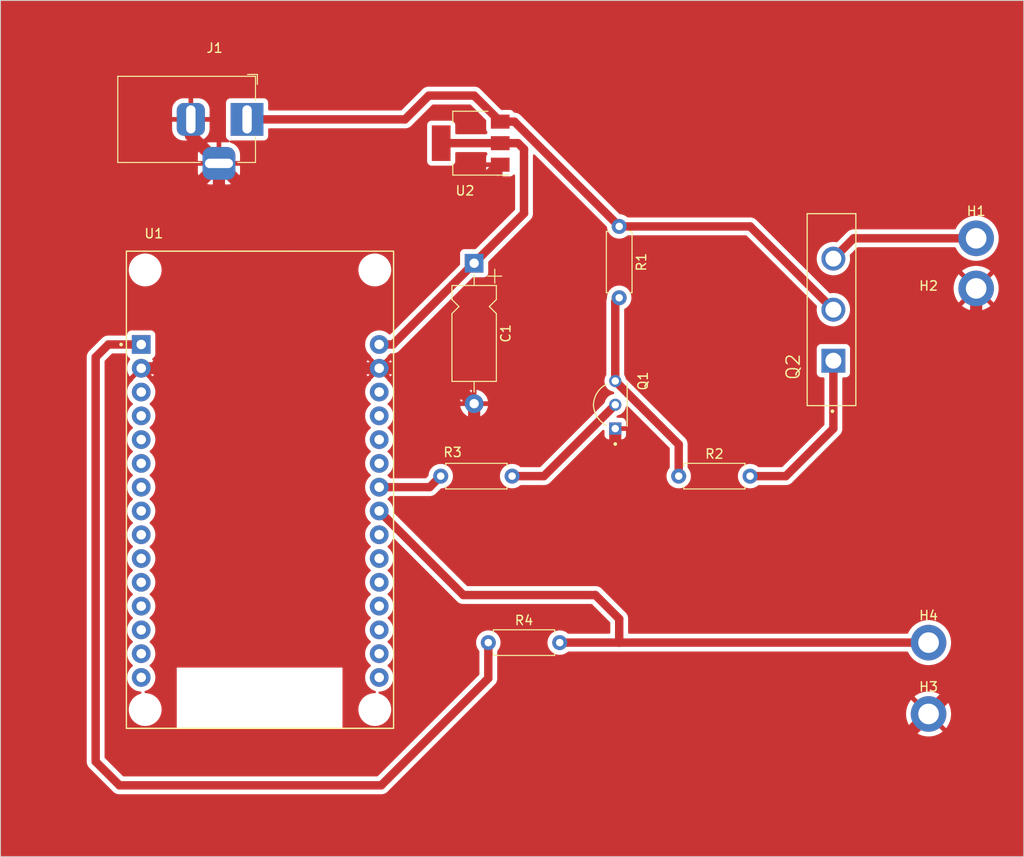
<source format=kicad_pcb>
(kicad_pcb (version 20221018) (generator pcbnew)
  (layers (0 "F.Cu" signal) (31 "B.Cu" signal) (34 "B.Paste" user) (35 "F.Paste" user) (36 "B.SilkS" user "B.Silkscreen") (37 "F.SilkS" user "F.Silkscreen") (38 "B.Mask" user) (39 "F.Mask" user) (44 "Edge.Cuts" user))
  (net 0 "")
  (net 1 "Net-(U1-VIN)")
  (net 2 "GND")
  (net 3 "Net-(H1-Pad1)")
  (net 4 "Net-(U2-VI)")
  (net 5 "Net-(Q1-Pad2)")
  (net 6 "Net-(Q1-Pad3)")
  (net 7 "Net-(Q2-Pad1)")
  (net 8 "Hot")
  (net 9 "Net-(U1-3V3)")
  (net 27 "Net-(U1-D25)")
  (footprint "Capacitor_THT:CP_Axial_L10.0mm_D4.5mm_P15.00mm_Horizontal" (layer "F.Cu") (at 98.8175 61.08 -90)
    (fp_text reference "C1" (at 7.5 -3.37 -90) (layer "F.SilkS"))
    (fp_text value "C_Polarized_Small_US")
    (fp_line (start 0.63 -2.2) (end 2.13 -2.2) (stroke (width 0.12)) (layer "F.SilkS"))
    (fp_line (start 1.24 0) (end 2.38 0) (stroke (width 0.12)) (layer "F.SilkS"))
    (fp_line (start 1.38 -2.95) (end 1.38 -1.45) (stroke (width 0.12)) (layer "F.SilkS"))
    (fp_line (start 2.38 -2.37) (end 2.38 2.37) (stroke (width 0.12)) (layer "F.SilkS"))
    (fp_line (start 2.38 -2.37) (end 3.88 -2.37) (stroke (width 0.12)) (layer "F.SilkS"))
    (fp_line (start 2.38 2.37) (end 3.88 2.37) (stroke (width 0.12)) (layer "F.SilkS"))
    (fp_line (start 3.88 -2.37) (end 4.63 -1.62) (stroke (width 0.12)) (layer "F.SilkS"))
    (fp_line (start 3.88 2.37) (end 4.63 1.62) (stroke (width 0.12)) (layer "F.SilkS"))
    (fp_line (start 4.63 -1.62) (end 5.38 -2.37) (stroke (width 0.12)) (layer "F.SilkS"))
    (fp_line (start 4.63 1.62) (end 5.38 2.37) (stroke (width 0.12)) (layer "F.SilkS"))
    (fp_line (start 5.38 -2.37) (end 12.62 -2.37) (stroke (width 0.12)) (layer "F.SilkS"))
    (fp_line (start 5.38 2.37) (end 12.62 2.37) (stroke (width 0.12)) (layer "F.SilkS"))
    (fp_line (start 12.62 -2.37) (end 12.62 2.37) (stroke (width 0.12)) (layer "F.SilkS"))
    (fp_line (start 13.76 0) (end 12.62 0) (stroke (width 0.12)) (layer "F.SilkS"))
    (pad "1" thru_hole rect (at 0 0 270) (size 2 2) (drill 1) (layers "*.Cu" "*.Mask") (net 1 "Net-(U1-VIN)"))
    (pad "2" thru_hole oval (at 15 0 270) (size 2 2) (drill 1) (layers "*.Cu" "*.Mask") (net 2 "GND"))
  )
  (footprint "esp32:MODULE_ESP32_DEVKIT_V1" (layer "F.Cu") (at 75.985 85.275)
    (fp_text reference "U1" (at -11.355 -27.36) (layer "F.SilkS"))
    (fp_text value "ESP32-DEVKIT-V1")
    (fp_line (start -14.28 -25.475) (end -3.211 -25.475) (stroke (width 0.127)) (layer "F.SilkS"))
    (fp_line (start -14.28 -25.475) (end 14.23 -25.475) (stroke (width 0.127)) (layer "F.SilkS"))
    (fp_line (start -14.28 25.475) (end -14.28 -25.475) (stroke (width 0.127)) (layer "F.SilkS"))
    (fp_line (start -14.28 25.475) (end -14.28 -25.475) (stroke (width 0.127)) (layer "F.SilkS"))
    (fp_line (start -14.28 25.475) (end -8.91 25.475) (stroke (width 0.127)) (layer "F.SilkS"))
    (fp_line (start -8.91 25.475) (end 8.78 25.475) (stroke (width 0.127)) (layer "F.SilkS"))
    (fp_line (start -3.211 -25.475) (end 3.5 -25.475) (stroke (width 0.127)) (layer "F.SilkS"))
    (fp_line (start 3.5 -25.475) (end 14.23 -25.475) (stroke (width 0.127)) (layer "F.SilkS"))
    (fp_line (start 8.78 25.475) (end 14.23 25.475) (stroke (width 0.127)) (layer "F.SilkS"))
    (fp_line (start 14.23 -25.475) (end 14.23 25.475) (stroke (width 0.127)) (layer "F.SilkS"))
    (fp_line (start 14.23 -25.475) (end 14.23 25.475) (stroke (width 0.127)) (layer "F.SilkS"))
    (fp_line (start 14.23 25.475) (end -14.28 25.475) (stroke (width 0.127)) (layer "F.SilkS"))
    (fp_circle (center -14.85 -15.515) (end -14.75 -15.515) (stroke (width 0.2)) (fill none) (layer "F.SilkS"))
    (pad "" np_thru_hole circle (at -12.28 -23.475) (size 3 3) (drill 3) (layers "*.Cu" "*.Mask"))
    (pad "" np_thru_hole circle (at -12.28 23.475) (size 3 3) (drill 3) (layers "*.Cu" "*.Mask"))
    (pad "" np_thru_hole circle (at 12.23 -23.475) (size 3 3) (drill 3) (layers "*.Cu" "*.Mask"))
    (pad "" np_thru_hole circle (at 12.23 23.475) (size 3 3) (drill 3) (layers "*.Cu" "*.Mask"))
    (pad "1" thru_hole rect (at -12.7 -15.515) (size 2 2) (drill 1.02) (layers "*.Cu" "*.Mask") (net 9 "Net-(U1-3V3)"))
    (pad "2" thru_hole circle (at -12.7 -12.975) (size 2 2) (drill 1.02) (layers "*.Cu" "*.Mask") (net 2 "GND"))
    (pad "3" thru_hole circle (at -12.7 -10.435) (size 2 2) (drill 1.02) (layers "*.Cu" "*.Mask"))
    (pad "4" thru_hole circle (at -12.7 -7.895) (size 2 2) (drill 1.02) (layers "*.Cu" "*.Mask"))
    (pad "5" thru_hole circle (at -12.7 -5.355) (size 2 2) (drill 1.02) (layers "*.Cu" "*.Mask"))
    (pad "6" thru_hole circle (at -12.7 -2.815) (size 2 2) (drill 1.02) (layers "*.Cu" "*.Mask"))
    (pad "7" thru_hole circle (at -12.7 -0.275) (size 2 2) (drill 1.02) (layers "*.Cu" "*.Mask"))
    (pad "8" thru_hole circle (at -12.7 2.265) (size 2 2) (drill 1.02) (layers "*.Cu" "*.Mask"))
    (pad "9" thru_hole circle (at -12.7 4.805) (size 2 2) (drill 1.02) (layers "*.Cu" "*.Mask"))
    (pad "10" thru_hole circle (at -12.7 7.345) (size 2 2) (drill 1.02) (layers "*.Cu" "*.Mask"))
    (pad "11" thru_hole circle (at -12.7 9.885) (size 2 2) (drill 1.02) (layers "*.Cu" "*.Mask"))
    (pad "12" thru_hole circle (at -12.7 12.425) (size 2 2) (drill 1.02) (layers "*.Cu" "*.Mask"))
    (pad "13" thru_hole circle (at -12.7 14.965) (size 2 2) (drill 1.02) (layers "*.Cu" "*.Mask"))
    (pad "14" thru_hole circle (at -12.7 17.505) (size 2 2) (drill 1.02) (layers "*.Cu" "*.Mask"))
    (pad "15" thru_hole circle (at -12.7 20.045) (size 2 2) (drill 1.02) (layers "*.Cu" "*.Mask"))
    (pad "16" thru_hole circle (at 12.7 20.045) (size 2 2) (drill 1.02) (layers "*.Cu" "*.Mask"))
    (pad "17" thru_hole circle (at 12.7 17.505) (size 2 2) (drill 1.02) (layers "*.Cu" "*.Mask"))
    (pad "18" thru_hole circle (at 12.7 14.965) (size 2 2) (drill 1.02) (layers "*.Cu" "*.Mask"))
    (pad "19" thru_hole circle (at 12.7 12.425) (size 2 2) (drill 1.02) (layers "*.Cu" "*.Mask"))
    (pad "20" thru_hole circle (at 12.7 9.885) (size 2 2) (drill 1.02) (layers "*.Cu" "*.Mask"))
    (pad "21" thru_hole circle (at 12.7 7.345) (size 2 2) (drill 1.02) (layers "*.Cu" "*.Mask"))
    (pad "22" thru_hole circle (at 12.7 4.805) (size 2 2) (drill 1.02) (layers "*.Cu" "*.Mask"))
    (pad "23" thru_hole circle (at 12.7 2.265) (size 2 2) (drill 1.02) (layers "*.Cu" "*.Mask") (net 27 "Net-(U1-D25)"))
    (pad "24" thru_hole circle (at 12.7 -0.275) (size 2 2) (drill 1.02) (layers "*.Cu" "*.Mask") (net 8 "Hot"))
    (pad "25" thru_hole circle (at 12.7 -2.815) (size 2 2) (drill 1.02) (layers "*.Cu" "*.Mask"))
    (pad "26" thru_hole circle (at 12.7 -5.355) (size 2 2) (drill 1.02) (layers "*.Cu" "*.Mask"))
    (pad "27" thru_hole circle (at 12.7 -7.895) (size 2 2) (drill 1.02) (layers "*.Cu" "*.Mask"))
    (pad "28" thru_hole circle (at 12.7 -10.435) (size 2 2) (drill 1.02) (layers "*.Cu" "*.Mask"))
    (pad "29" thru_hole circle (at 12.7 -12.975) (size 2 2) (drill 1.02) (layers "*.Cu" "*.Mask") (net 2 "GND"))
    (pad "30" thru_hole circle (at 12.7 -15.515) (size 2 2) (drill 1.02) (layers "*.Cu" "*.Mask") (net 1 "Net-(U1-VIN)"))
    (zone (net 0) (net_name "") (layer "F.Cu") (connect_pads (clearance 0)) (min_thickness 0.01)
      (keepout (tracks not_allowed) (vias not_allowed) (pads not_allowed) (copperpour not_allowed) (footprints allowed))
      (fill (thermal_gap 0.508) (thermal_bridge_width 0.508))
      (polygon (pts (xy 67.075 104.26) (xy 84.765 104.26) (xy 84.765 110.75) (xy 67.075 110.75)))
    )
  )
  (footprint "MountingHole:MountingHole_2.2mm_M2_DIN965_Pad" (layer "F.Cu") (at 147.32 101.6)
    (fp_text reference "H4" (at 0 -2.9) (layer "F.SilkS"))
    (fp_text value "~")
    (pad "1" thru_hole circle (at 0 0) (size 3.8 3.8) (drill 2.2) (layers "*.Cu" "*.Mask") (net 27 "Net-(U1-D25)"))
  )
  (footprint "Resistor_THT:R_Axial_DIN0207_L6.3mm_D2.5mm_P7.62mm_Horizontal" (layer "F.Cu") (at 100.33 101.6)
    (fp_text reference "R4" (at 3.81 -2.37) (layer "F.SilkS"))
    (fp_text value "1k")
    (fp_line (start 0.54 -1.37) (end 7.08 -1.37) (stroke (width 0.12)) (layer "F.SilkS"))
    (fp_line (start 0.54 -1.04) (end 0.54 -1.37) (stroke (width 0.12)) (layer "F.SilkS"))
    (fp_line (start 0.54 1.04) (end 0.54 1.37) (stroke (width 0.12)) (layer "F.SilkS"))
    (fp_line (start 0.54 1.37) (end 7.08 1.37) (stroke (width 0.12)) (layer "F.SilkS"))
    (fp_line (start 7.08 -1.37) (end 7.08 -1.04) (stroke (width 0.12)) (layer "F.SilkS"))
    (fp_line (start 7.08 1.37) (end 7.08 1.04) (stroke (width 0.12)) (layer "F.SilkS"))
    (pad "1" thru_hole circle (at 0 0) (size 1.6 1.6) (drill 0.8) (layers "*.Cu" "*.Mask") (net 9 "Net-(U1-3V3)"))
    (pad "2" thru_hole oval (at 7.62 0) (size 1.6 1.6) (drill 0.8) (layers "*.Cu" "*.Mask") (net 27 "Net-(U1-D25)"))
  )
  (footprint "Resistor_THT:R_Axial_DIN0207_L6.3mm_D2.5mm_P7.62mm_Horizontal" (layer "F.Cu") (at 120.65 83.82)
    (fp_text reference "R2" (at 3.81 -2.37) (layer "F.SilkS"))
    (fp_text value "10k")
    (fp_line (start 0.54 -1.37) (end 7.08 -1.37) (stroke (width 0.12)) (layer "F.SilkS"))
    (fp_line (start 0.54 -1.04) (end 0.54 -1.37) (stroke (width 0.12)) (layer "F.SilkS"))
    (fp_line (start 0.54 1.04) (end 0.54 1.37) (stroke (width 0.12)) (layer "F.SilkS"))
    (fp_line (start 0.54 1.37) (end 7.08 1.37) (stroke (width 0.12)) (layer "F.SilkS"))
    (fp_line (start 7.08 -1.37) (end 7.08 -1.04) (stroke (width 0.12)) (layer "F.SilkS"))
    (fp_line (start 7.08 1.37) (end 7.08 1.04) (stroke (width 0.12)) (layer "F.SilkS"))
    (pad "1" thru_hole circle (at 0 0) (size 1.6 1.6) (drill 0.8) (layers "*.Cu" "*.Mask") (net 6 "Net-(Q1-Pad3)"))
    (pad "2" thru_hole oval (at 7.62 0) (size 1.6 1.6) (drill 0.8) (layers "*.Cu" "*.Mask") (net 7 "Net-(Q2-Pad1)"))
  )
  (footprint "MountingHole:MountingHole_2.2mm_M2_DIN965_Pad" (layer "F.Cu") (at 147.32 109.22)
    (fp_text reference "H3" (at 0 -2.9) (layer "F.SilkS"))
    (fp_text value "~")
    (pad "1" thru_hole circle (at 0 0) (size 3.8 3.8) (drill 2.2) (layers "*.Cu" "*.Mask") (net 2 "GND"))
  )
  (footprint "MountingHole:MountingHole_2.2mm_M2_DIN965_Pad" (layer "F.Cu") (at 152.4 58.42)
    (fp_text reference "H1" (at 0 -2.9) (layer "F.SilkS"))
    (fp_text value "~")
    (pad "1" thru_hole circle (at 0 0) (size 3.8 3.8) (drill 2.2) (layers "*.Cu" "*.Mask") (net 3 "Net-(H1-Pad1)"))
  )
  (footprint "MountingHole:MountingHole_2.2mm_M2_DIN965_Pad" (layer "F.Cu") (at 152.4 63.77)
    (fp_text reference "H2" (at -5.08 -0.27) (layer "F.SilkS"))
    (fp_text value "~")
    (pad "1" thru_hole circle (at 0 0) (size 3.8 3.8) (drill 2.2) (layers "*.Cu" "*.Mask") (net 2 "GND"))
  )
  (footprint "Resistor_THT:R_Axial_DIN0207_L6.3mm_D2.5mm_P7.62mm_Horizontal" (layer "F.Cu") (at 114.3 57.15 -90)
    (fp_text reference "R1" (at 3.81 -2.37 90) (layer "F.SilkS"))
    (fp_text value "20k")
    (fp_line (start 0.54 -1.37) (end 7.08 -1.37) (stroke (width 0.12)) (layer "F.SilkS"))
    (fp_line (start 0.54 -1.04) (end 0.54 -1.37) (stroke (width 0.12)) (layer "F.SilkS"))
    (fp_line (start 0.54 1.04) (end 0.54 1.37) (stroke (width 0.12)) (layer "F.SilkS"))
    (fp_line (start 0.54 1.37) (end 7.08 1.37) (stroke (width 0.12)) (layer "F.SilkS"))
    (fp_line (start 7.08 -1.37) (end 7.08 -1.04) (stroke (width 0.12)) (layer "F.SilkS"))
    (fp_line (start 7.08 1.37) (end 7.08 1.04) (stroke (width 0.12)) (layer "F.SilkS"))
    (pad "1" thru_hole circle (at 0 0 270) (size 1.6 1.6) (drill 0.8) (layers "*.Cu" "*.Mask") (net 4 "Net-(U2-VI)"))
    (pad "2" thru_hole oval (at 7.62 0 270) (size 1.6 1.6) (drill 0.8) (layers "*.Cu" "*.Mask") (net 6 "Net-(Q1-Pad3)"))
  )
  (footprint "2N2222A:TO92254P470H750-3" (layer "F.Cu") (at 111.55 76.2 90)
    (fp_text reference "Q1" (at 2.54 5.29 90) (layer "F.SilkS"))
    (fp_text value "2N2222A")
    (fp_line (start -2.3 3.6) (end 2.3 3.6) (stroke (width 0.127)) (layer "F.SilkS"))
    (fp_arc (start -2.2 1.4) (mid -1.287564 0.405256) (end 0 0) (stroke (width 0.127)) (layer "F.SilkS"))
    (fp_arc (start 0 0) (mid 1.287564 0.405256) (end 2.2 1.4) (stroke (width 0.127)) (layer "F.SilkS"))
    (fp_circle (center -4.189 2.33) (end -4.089 2.33) (stroke (width 0.2)) (fill none) (layer "F.SilkS"))
    (pad "1" thru_hole rect (at -2.54 2.33 90) (size 1.298 1.298) (drill 0.79) (layers "*.Cu" "*.Mask") (net 2 "GND"))
    (pad "2" thru_hole circle (at 0 2.33 90) (size 1.298 1.298) (drill 0.79) (layers "*.Cu" "*.Mask") (net 5 "Net-(Q1-Pad2)"))
    (pad "3" thru_hole circle (at 2.54 2.33 90) (size 1.298 1.298) (drill 0.79) (layers "*.Cu" "*.Mask") (net 6 "Net-(Q1-Pad3)"))
  )
  (footprint "2SA1943-O_Q__2SC5200-O_Q_:TO545P2050X520X2900-3" (layer "F.Cu") (at 137.16 71.49 90)
    (fp_text reference "Q2" (at -0.655815 -4.294245 90) (layer "F.SilkS") (effects (font (size 1.401709 1.401709))))
    (fp_text value "2SA1943")
    (fp_line (start -4.8 -2.8) (end 15.7 -2.8) (stroke (width 0.127)) (layer "F.SilkS"))
    (fp_line (start -4.8 2.4) (end -4.8 -2.8) (stroke (width 0.127)) (layer "F.SilkS"))
    (fp_line (start 15.7 -2.8) (end 15.7 2.4) (stroke (width 0.127)) (layer "F.SilkS"))
    (fp_line (start 15.7 2.4) (end -4.8 2.4) (stroke (width 0.127)) (layer "F.SilkS"))
    (fp_circle (center -5.4 -0.1) (end -5.3 -0.1) (stroke (width 0.2)) (fill none) (layer "F.SilkS"))
    (pad "1" thru_hole rect (at 0 0 90) (size 2.55 2.55) (drill 1.7) (layers "*.Cu" "*.Mask") (net 7 "Net-(Q2-Pad1)"))
    (pad "2" thru_hole circle (at 5.45 0 90) (size 2.55 2.55) (drill 1.7) (layers "*.Cu" "*.Mask") (net 4 "Net-(U2-VI)"))
    (pad "3" thru_hole circle (at 10.9 0 90) (size 2.55 2.55) (drill 1.7) (layers "*.Cu" "*.Mask") (net 3 "Net-(H1-Pad1)"))
  )
  (footprint "Resistor_THT:R_Axial_DIN0207_L6.3mm_D2.5mm_P7.62mm_Horizontal" (layer "F.Cu") (at 95.25 83.82)
    (fp_text reference "R3" (at 1.27 -2.54) (layer "F.SilkS"))
    (fp_text value "1k")
    (fp_line (start 0.54 -1.37) (end 7.08 -1.37) (stroke (width 0.12)) (layer "F.SilkS"))
    (fp_line (start 0.54 -1.04) (end 0.54 -1.37) (stroke (width 0.12)) (layer "F.SilkS"))
    (fp_line (start 0.54 1.04) (end 0.54 1.37) (stroke (width 0.12)) (layer "F.SilkS"))
    (fp_line (start 0.54 1.37) (end 7.08 1.37) (stroke (width 0.12)) (layer "F.SilkS"))
    (fp_line (start 7.08 -1.37) (end 7.08 -1.04) (stroke (width 0.12)) (layer "F.SilkS"))
    (fp_line (start 7.08 1.37) (end 7.08 1.04) (stroke (width 0.12)) (layer "F.SilkS"))
    (pad "1" thru_hole circle (at 0 0) (size 1.6 1.6) (drill 0.8) (layers "*.Cu" "*.Mask") (net 8 "Hot"))
    (pad "2" thru_hole oval (at 7.62 0) (size 1.6 1.6) (drill 0.8) (layers "*.Cu" "*.Mask") (net 5 "Net-(Q1-Pad2)"))
  )
  (footprint "Package_TO_SOT_SMD:SOT-223-3_TabPin2" (layer "F.Cu") (at 98.45 48.26 180)
    (fp_text reference "U2" (at 0.61 -5.08) (layer "F.SilkS"))
    (fp_text value "AMS1117")
    (fp_line (start -4.1 -3.41) (end 1.91 -3.41) (stroke (width 0.12)) (layer "F.SilkS"))
    (fp_line (start -1.85 3.41) (end 1.91 3.41) (stroke (width 0.12)) (layer "F.SilkS"))
    (fp_line (start 1.91 -3.41) (end 1.91 -2.15) (stroke (width 0.12)) (layer "F.SilkS"))
    (fp_line (start 1.91 3.41) (end 1.91 2.15) (stroke (width 0.12)) (layer "F.SilkS"))
    (pad "1" smd rect (at -3.15 -2.3 180) (size 2 1.5) (layers "F.Cu" "F.Paste" "F.Mask") (net 2 "GND"))
    (pad "2" smd rect (at -3.15 0 180) (size 2 1.5) (layers "F.Cu" "F.Paste" "F.Mask") (net 1 "Net-(U1-VIN)"))
    (pad "2" smd rect (at 3.15 0 180) (size 2 3.8) (layers "F.Cu" "F.Paste" "F.Mask") (net 1 "Net-(U1-VIN)"))
    (pad "3" smd rect (at -3.15 2.3 180) (size 2 1.5) (layers "F.Cu" "F.Paste" "F.Mask") (net 4 "Net-(U2-VI)"))
  )
  (footprint "Connector_BarrelJack:BarrelJack_Horizontal" (layer "F.Cu") (at 74.58 45.72)
    (fp_text reference "J1" (at -3.46 -7.62) (layer "F.SilkS"))
    (fp_text value "Barrel_Jack_Switch")
    (fp_line (start -13.8 -4.6) (end 0.9 -4.6) (stroke (width 0.12)) (layer "F.SilkS"))
    (fp_line (start -13.8 4.6) (end -13.8 -4.6) (stroke (width 0.12)) (layer "F.SilkS"))
    (fp_line (start -5 4.6) (end -13.8 4.6) (stroke (width 0.12)) (layer "F.SilkS"))
    (fp_line (start 0.05 -4.8) (end 1.1 -4.8) (stroke (width 0.12)) (layer "F.SilkS"))
    (fp_line (start 0.9 -4.6) (end 0.9 -2) (stroke (width 0.12)) (layer "F.SilkS"))
    (fp_line (start 0.9 1.9) (end 0.9 4.6) (stroke (width 0.12)) (layer "F.SilkS"))
    (fp_line (start 0.9 4.6) (end -1 4.6) (stroke (width 0.12)) (layer "F.SilkS"))
    (fp_line (start 1.1 -3.75) (end 1.1 -4.8) (stroke (width 0.12)) (layer "F.SilkS"))
    (pad "1" thru_hole rect (at 0 0) (size 3.5 3.5) (drill oval 1 3) (layers "*.Cu" "*.Mask") (net 4 "Net-(U2-VI)"))
    (pad "2" thru_hole roundrect (at -6 0) (size 3 3.5) (drill oval 1 3) (layers "*.Cu" "*.Mask") (net 2 "GND"))
    (pad "3" thru_hole roundrect (at -3 4.7) (size 3.5 3.5) (drill oval 3 1) (layers "*.Cu" "*.Mask") (net 2 "GND"))
  )
  (gr_rect (start 48.26 33.02) (end 157.48 124.46) (stroke (width 0.1)) (fill none) (layer "Edge.Cuts"))
  (segment (start 88.685 69.76) (end 90.1375 69.76) (width 0.9) (layer "F.Cu") (net 1))
  (segment (start 104.14 48.9) (end 104.14 55.7575) (width 0.9) (layer "F.Cu") (net 1))
  (segment (start 103.5 48.26) (end 104.14 48.9) (width 0.9) (layer "F.Cu") (net 1))
  (segment (start 104.14 55.7575) (end 98.8175 61.08) (width 0.9) (layer "F.Cu") (net 1))
  (segment (start 101.6 48.26) (end 103.5 48.26) (width 0.9) (layer "F.Cu") (net 1))
  (segment (start 90.1375 69.76) (end 98.8175 61.08) (width 0.9) (layer "F.Cu") (net 1))
  (segment (start 95.3 48.26) (end 101.6 48.26) (width 0.9) (layer "F.Cu") (net 1))
  (segment (start 116.84 83.649) (end 116.84 91.44) (width 1.3) (layer "F.Cu") (net 2))
  (segment (start 113.88 78.74) (end 113.88 80.689) (width 1.3) (layer "F.Cu") (net 2))
  (segment (start 113.88 84.24) (end 113.88 80.689) (width 1.3) (layer "F.Cu") (net 2))
  (segment (start 68.58 47.42) (end 71.58 50.42) (width 1.3) (layer "F.Cu") (net 2))
  (segment (start 101.6 88.9) (end 109.22 88.9) (width 1.3) (layer "F.Cu") (net 2))
  (segment (start 74.5 53.34) (end 71.58 50.42) (width 1.3) (layer "F.Cu") (net 2))
  (segment (start 113.88 80.689) (end 116.84 83.649) (width 1.3) (layer "F.Cu") (net 2))
  (segment (start 101.03009 88.33009) (end 101.6 88.9) (width 1.3) (layer "F.Cu") (net 2))
  (segment (start 98.8175 76.08) (end 98.8175 84.14741) (width 1.3) (layer "F.Cu") (net 2))
  (segment (start 68.58 45.72) (end 68.58 47.42) (width 1.3) (layer "F.Cu") (net 2))
  (segment (start 101.03009 86.36) (end 101.03009 88.33009) (width 1.3) (layer "F.Cu") (net 2))
  (segment (start 152.4 63.77) (end 152.4 93.98) (width 1.3) (layer "F.Cu") (net 2))
  (segment (start 101.6 50.56) (end 98.82 53.34) (width 1.3) (layer "F.Cu") (net 2))
  (segment (start 78.460787 72.3) (end 71.58 65.419213) (width 1.3) (layer "F.Cu") (net 2))
  (segment (start 88.685 72.3) (end 95.0375 72.3) (width 1.3) (layer "F.Cu") (net 2))
  (segment (start 55.88 119.38) (end 137.16 119.38) (width 1.3) (layer "F.Cu") (net 2))
  (segment (start 152.4 104.14) (end 147.32 109.22) (width 1.3) (layer "F.Cu") (net 2))
  (segment (start 116.84 91.44) (end 119.38 93.98) (width 1.3) (layer "F.Cu") (net 2))
  (segment (start 137.16 119.38) (end 147.32 109.22) (width 1.3) (layer "F.Cu") (net 2))
  (segment (start 119.38 93.98) (end 152.4 93.98) (width 1.3) (layer "F.Cu") (net 2))
  (segment (start 71.58 65.419213) (end 64.699213 72.3) (width 1.3) (layer "F.Cu") (net 2))
  (segment (start 53.34 68.66) (end 71.58 50.42) (width 1.3) (layer "F.Cu") (net 2))
  (segment (start 98.8175 84.14741) (end 101.03009 86.36) (width 1.3) (layer "F.Cu") (net 2))
  (segment (start 88.685 72.3) (end 78.460787 72.3) (width 1.3) (layer "F.Cu") (net 2))
  (segment (start 95.0375 72.3) (end 98.8175 76.08) (width 1.3) (layer "F.Cu") (net 2))
  (segment (start 55.88 119.38) (end 53.34 116.84) (width 1.3) (layer "F.Cu") (net 2))
  (segment (start 98.82 53.34) (end 74.5 53.34) (width 1.3) (layer "F.Cu") (net 2))
  (segment (start 64.699213 72.3) (end 63.285 72.3) (width 1.3) (layer "F.Cu") (net 2))
  (segment (start 53.34 116.84) (end 53.34 68.66) (width 1.3) (layer "F.Cu") (net 2))
  (segment (start 109.22 88.9) (end 113.88 84.24) (width 1.3) (layer "F.Cu") (net 2))
  (segment (start 152.4 93.98) (end 152.4 104.14) (width 1.3) (layer "F.Cu") (net 2))
  (segment (start 71.58 50.42) (end 71.58 65.419213) (width 1.3) (layer "F.Cu") (net 2))
  (segment (start 137.16 60.59) (end 139.33 58.42) (width 0.9) (layer "F.Cu") (net 3))
  (segment (start 139.33 58.42) (end 152.4 58.42) (width 0.9) (layer "F.Cu") (net 3))
  (segment (start 103.11 45.96) (end 114.3 57.15) (width 0.9) (layer "F.Cu") (net 4))
  (segment (start 98.82 43.18) (end 101.6 45.96) (width 0.9) (layer "F.Cu") (net 4))
  (segment (start 128.27 57.15) (end 137.16 66.04) (width 0.9) (layer "F.Cu") (net 4))
  (segment (start 93.98 43.18) (end 98.82 43.18) (width 0.9) (layer "F.Cu") (net 4))
  (segment (start 114.3 57.15) (end 128.27 57.15) (width 0.9) (layer "F.Cu") (net 4))
  (segment (start 74.58 45.72) (end 91.44 45.72) (width 0.9) (layer "F.Cu") (net 4))
  (segment (start 91.44 45.72) (end 93.98 43.18) (width 0.9) (layer "F.Cu") (net 4))
  (segment (start 101.6 45.96) (end 103.11 45.96) (width 0.9) (layer "F.Cu") (net 4))
  (segment (start 102.87 83.82) (end 106.26 83.82) (width 0.9) (layer "F.Cu") (net 5))
  (segment (start 106.26 83.82) (end 113.88 76.2) (width 0.9) (layer "F.Cu") (net 5))
  (segment (start 113.88 65.19) (end 114.3 64.77) (width 0.9) (layer "F.Cu") (net 6))
  (segment (start 113.88 73.66) (end 120.65 80.43) (width 0.9) (layer "F.Cu") (net 6))
  (segment (start 120.65 80.43) (end 120.65 83.82) (width 0.9) (layer "F.Cu") (net 6))
  (segment (start 113.88 73.66) (end 113.88 65.19) (width 0.9) (layer "F.Cu") (net 6))
  (segment (start 132.08 83.82) (end 137.16 78.74) (width 0.9) (layer "F.Cu") (net 7))
  (segment (start 137.16 78.74) (end 137.16 71.49) (width 0.9) (layer "F.Cu") (net 7))
  (segment (start 128.27 83.82) (end 132.08 83.82) (width 0.9) (layer "F.Cu") (net 7))
  (segment (start 94.07 85) (end 95.25 83.82) (width 0.889) (layer "F.Cu") (net 8))
  (segment (start 88.685 85) (end 94.07 85) (width 0.889) (layer "F.Cu") (net 8))
  (segment (start 60.96 116.84) (end 88.9 116.84) (width 0.9) (layer "F.Cu") (net 9))
  (segment (start 58.42 71.12) (end 58.42 114.3) (width 0.9) (layer "F.Cu") (net 9))
  (segment (start 100.33 105.41) (end 100.33 101.6) (width 0.9) (layer "F.Cu") (net 9))
  (segment (start 63.285 69.76) (end 59.78 69.76) (width 0.9) (layer "F.Cu") (net 9))
  (segment (start 58.42 114.3) (end 60.96 116.84) (width 0.9) (layer "F.Cu") (net 9))
  (segment (start 59.78 69.76) (end 58.42 71.12) (width 0.9) (layer "F.Cu") (net 9))
  (segment (start 88.9 116.84) (end 100.33 105.41) (width 0.9) (layer "F.Cu") (net 9))
  (segment (start 88.685 87.54) (end 97.665 96.52) (width 0.9) (layer "F.Cu") (net 27))
  (segment (start 114.3 99.06) (end 114.3 101.6) (width 0.9) (layer "F.Cu") (net 27))
  (segment (start 97.665 96.52) (end 111.76 96.52) (width 0.9) (layer "F.Cu") (net 27))
  (segment (start 114.3 101.6) (end 147.32 101.6) (width 0.9) (layer "F.Cu") (net 27))
  (segment (start 107.95 101.6) (end 114.3 101.6) (width 0.9) (layer "F.Cu") (net 27))
  (segment (start 111.76 96.52) (end 114.3 99.06) (width 0.9) (layer "F.Cu") (net 27))
  (zone (net 2) (net_name "GND") (layer "F.Cu") (connect_pads (clearance 0.5)) (min_thickness 0.25) (fill yes (thermal_gap 0.5) (thermal_bridge_width 0.5))
    (polygon (pts (xy 48.26 33.02) (xy 48.26 124.46) (xy 157.48 124.46) (xy 157.48 33.02)))
  )
)
</source>
